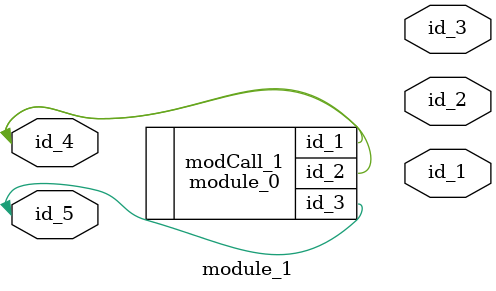
<source format=v>
module module_0 (
    id_1,
    id_2,
    id_3
);
  inout wire id_3;
  output wire id_2;
  output wire id_1;
  assign id_2 = id_3;
  assign id_2 = id_3;
  assign {!id_3, 1} = (1);
endmodule
module module_1 (
    id_1,
    id_2,
    id_3,
    id_4,
    id_5
);
  inout wire id_5;
  module_0 modCall_1 (
      id_4,
      id_4,
      id_5
  );
  inout wire id_4;
  output wire id_3;
  output wire id_2;
  output wire id_1;
  parameter id_6 = 1;
  parameter id_7 = id_6;
endmodule

</source>
